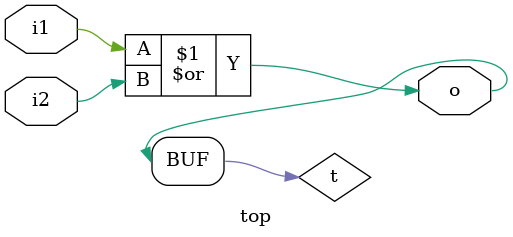
<source format=v>
module top ( i1 , i2 , o );
input i1 , i2 ;
output o ;
wire t ;
or ( t, i1 , i2 ) ;
buf ( o , t );
endmodule

</source>
